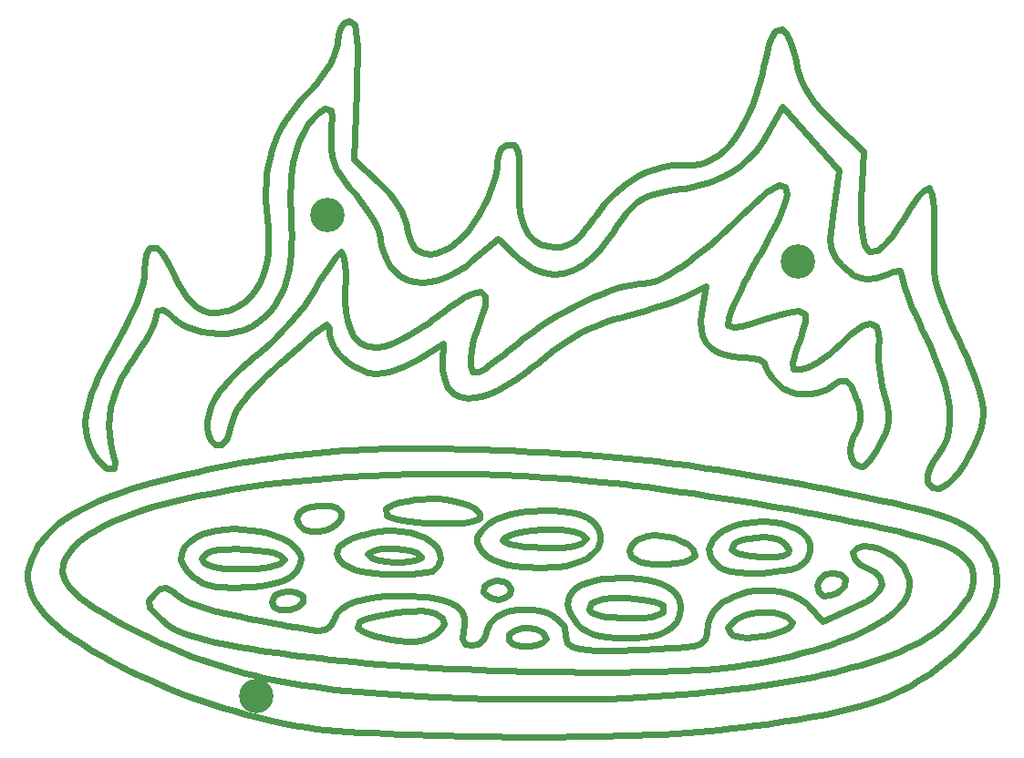
<source format=gbr>
%TF.GenerationSoftware,KiCad,Pcbnew,(6.0.1-0)*%
%TF.CreationDate,2023-09-14T22:16:03-07:00*%
%TF.ProjectId,pizzapad-base,70697a7a-6170-4616-942d-626173652e6b,rev?*%
%TF.SameCoordinates,Original*%
%TF.FileFunction,Soldermask,Top*%
%TF.FilePolarity,Negative*%
%FSLAX46Y46*%
G04 Gerber Fmt 4.6, Leading zero omitted, Abs format (unit mm)*
G04 Created by KiCad (PCBNEW (6.0.1-0)) date 2023-09-14 22:16:03*
%MOMM*%
%LPD*%
G01*
G04 APERTURE LIST*
%ADD10C,0.600000*%
%ADD11C,3.200000*%
G04 APERTURE END LIST*
D10*
X128660405Y-110459345D02*
X128661185Y-110459345D01*
X150474715Y-102048628D02*
X148151465Y-103492568D01*
X150405615Y-103769828D02*
X150474715Y-102048628D01*
X130766155Y-109573945D02*
X130601578Y-110318036D01*
X130368828Y-110897967D01*
X129935617Y-111441670D01*
X129306016Y-111513573D01*
X128882301Y-111040941D01*
X128660405Y-110459345D01*
X135168175Y-104041568D02*
X134645226Y-104518655D01*
X134158218Y-104974592D01*
X133706530Y-105410161D01*
X133093862Y-106027028D01*
X132557171Y-106602453D01*
X132094360Y-107139069D01*
X131703335Y-107639510D01*
X131290014Y-108255041D01*
X130995620Y-108817183D01*
X130787304Y-109454291D01*
X130766155Y-109573945D01*
X139630315Y-100330808D02*
X139077836Y-100693439D01*
X138473291Y-101175216D01*
X137867482Y-101679076D01*
X137353868Y-102116056D01*
X136798040Y-102596535D01*
X136207720Y-103114082D01*
X135590629Y-103662266D01*
X135168175Y-104041568D01*
X139925975Y-101252008D02*
X139863919Y-100638910D01*
X139630315Y-100330808D01*
X144167935Y-104869808D02*
X143459911Y-104752091D01*
X142727970Y-104475082D01*
X142185790Y-104181954D01*
X141666930Y-103830586D01*
X141187147Y-103434418D01*
X140762201Y-103006891D01*
X140308147Y-102411306D01*
X140016953Y-101815724D01*
X139925975Y-101252008D01*
X148151465Y-103492568D02*
X147520121Y-103850225D01*
X146845276Y-104171299D01*
X146158840Y-104444757D01*
X145492727Y-104659567D01*
X144878849Y-104804696D01*
X144256077Y-104871339D01*
X144167935Y-104869808D01*
X174880245Y-96776658D02*
X172997065Y-97656568D01*
X174484045Y-98778908D02*
X174880245Y-96776658D01*
X159166935Y-103917398D02*
X158675859Y-104312455D01*
X158194797Y-104681659D01*
X157264317Y-105342538D01*
X156378697Y-105900088D01*
X155541141Y-106354363D01*
X154754853Y-106705416D01*
X154023036Y-106953303D01*
X153348895Y-107098076D01*
X152735632Y-107139789D01*
X151936894Y-107009241D01*
X151293154Y-106647112D01*
X150815225Y-106053585D01*
X150513920Y-105228841D01*
X150416513Y-104550648D01*
X150405615Y-103769828D01*
X167123535Y-99595548D02*
X166306873Y-99827341D01*
X165533156Y-100079628D01*
X164792586Y-100357732D01*
X164075360Y-100666976D01*
X163371680Y-101012684D01*
X162671744Y-101400177D01*
X161965753Y-101834781D01*
X161243906Y-102321816D01*
X160749027Y-102678265D01*
X160239841Y-103061960D01*
X159713445Y-103474478D01*
X159166935Y-103917398D01*
X172997065Y-97656568D02*
X172401697Y-97909289D01*
X171787492Y-98142014D01*
X171076797Y-98393277D01*
X170494947Y-98589105D01*
X169882535Y-98787531D01*
X169249726Y-98985200D01*
X168606682Y-99178757D01*
X167963567Y-99364846D01*
X167330543Y-99540111D01*
X167123535Y-99595548D01*
X118042015Y-112395525D02*
X118041645Y-112395565D01*
X178048695Y-103305628D02*
X177293544Y-103253998D01*
X176620787Y-103119274D01*
X176032052Y-102903525D01*
X175380585Y-102493391D01*
X174885243Y-101947788D01*
X174549882Y-101271616D01*
X174405670Y-100681749D01*
X174355246Y-100023262D01*
X174400238Y-99298221D01*
X174484045Y-98778908D01*
X180275785Y-103892058D02*
X179774686Y-103530377D01*
X179115962Y-103386087D01*
X178500126Y-103322385D01*
X178048695Y-103305628D01*
X181455255Y-105754508D02*
X181044453Y-105273726D01*
X180654034Y-104733987D01*
X180341312Y-104163429D01*
X180275785Y-103892058D01*
X186700175Y-105875318D02*
X186101500Y-106281124D01*
X185429006Y-106565348D01*
X184711468Y-106728652D01*
X183977661Y-106771697D01*
X183256360Y-106695143D01*
X182576342Y-106499653D01*
X181966382Y-106185887D01*
X181455255Y-105754508D01*
X188831895Y-107229635D02*
X188576884Y-106580871D01*
X188281277Y-105980199D01*
X187874605Y-105508882D01*
X187207869Y-105519894D01*
X186700175Y-105875318D01*
X188732795Y-110386255D02*
X189005955Y-109841376D01*
X189174626Y-109226550D01*
X189183456Y-108579471D01*
X189065166Y-107955603D01*
X188878710Y-107359255D01*
X188831895Y-107229635D01*
X189215915Y-113525395D02*
X188639078Y-113282502D01*
X188310431Y-112689077D01*
X188240119Y-111991643D01*
X188339366Y-111334580D01*
X188589203Y-110654807D01*
X188732795Y-110386255D01*
X190980245Y-111439455D02*
X190682257Y-111964858D01*
X190309461Y-112528702D01*
X189884428Y-113058142D01*
X189413313Y-113465116D01*
X189215915Y-113525395D01*
X191371235Y-106631568D02*
X191530627Y-107250440D01*
X191685242Y-107957660D01*
X191771066Y-108562185D01*
X191777277Y-109226771D01*
X191666000Y-109854002D01*
X191431677Y-110512270D01*
X191151891Y-111107189D01*
X190980245Y-111439455D01*
X190858455Y-102294328D02*
X190828860Y-102902791D01*
X190854869Y-103535545D01*
X190922552Y-104245511D01*
X191003937Y-104845729D01*
X191107251Y-105455337D01*
X191230386Y-106056546D01*
X191371235Y-106631568D01*
X187634055Y-101843908D02*
X188245331Y-101259028D01*
X188801779Y-100805164D01*
X189452976Y-100403055D01*
X190110649Y-100225272D01*
X190651335Y-100485699D01*
X190877695Y-101095140D01*
X190901525Y-101838084D01*
X190858455Y-102294328D01*
X184057995Y-104320808D02*
X184700619Y-104066892D01*
X185253351Y-103755073D01*
X185851710Y-103357027D01*
X186343996Y-102989839D01*
X186832479Y-102590318D01*
X187302491Y-102168622D01*
X187634055Y-101843908D01*
X183062665Y-103235148D02*
X182867233Y-103849051D01*
X182980086Y-104454601D01*
X183606615Y-104422256D01*
X184057995Y-104320808D01*
X182891975Y-99114698D02*
X183523251Y-99034868D01*
X184086347Y-99351620D01*
X184059380Y-100062282D01*
X183865557Y-100830086D01*
X183628942Y-101586180D01*
X183428101Y-102184602D01*
X183193002Y-102863819D01*
X183062665Y-103235148D01*
X179362295Y-100123718D02*
X180031552Y-99894302D01*
X180630189Y-99704851D01*
X181235866Y-99525596D01*
X181820306Y-99364625D01*
X182453789Y-99206980D01*
X182891975Y-99114698D01*
X176875225Y-100358238D02*
X177478828Y-100510280D01*
X178151620Y-100446847D01*
X178740129Y-100318218D01*
X179362295Y-100123718D01*
X179669195Y-94070088D02*
X179340230Y-94662591D01*
X179025161Y-95243539D01*
X178725418Y-95809709D01*
X178442434Y-96357877D01*
X178052515Y-97139321D01*
X177708361Y-97862126D01*
X177414806Y-98515412D01*
X177176685Y-99088298D01*
X176953776Y-99708274D01*
X176855966Y-100325184D01*
X176875225Y-100358238D01*
X182224425Y-87523180D02*
X182398671Y-88167948D01*
X182260085Y-88835249D01*
X181998388Y-89550914D01*
X181708466Y-90208315D01*
X181334228Y-90979554D01*
X181036094Y-91561589D01*
X180697789Y-92201165D01*
X180318234Y-92901062D01*
X179896348Y-93664058D01*
X179669195Y-94070088D01*
X177828875Y-90479808D02*
X178337520Y-89973312D01*
X178806270Y-89515567D01*
X179438671Y-88917612D01*
X179991800Y-88422285D01*
X180471954Y-88025352D01*
X181009525Y-87641847D01*
X181626264Y-87358490D01*
X182224425Y-87523180D01*
X168925665Y-96525908D02*
X169623979Y-96428986D01*
X170263423Y-96206971D01*
X170989026Y-95865808D01*
X171514841Y-95576102D01*
X172070270Y-95239336D01*
X172651840Y-94857868D01*
X173256079Y-94434055D01*
X173879517Y-93970257D01*
X174518680Y-93468831D01*
X175170098Y-92932134D01*
X175830298Y-92362526D01*
X176495809Y-91762363D01*
X177163158Y-91134004D01*
X177828875Y-90479808D01*
X157212215Y-102119368D02*
X157914999Y-101562923D01*
X158657342Y-101017034D01*
X159431604Y-100485349D01*
X160230146Y-99971517D01*
X161045328Y-99479185D01*
X161869511Y-99012001D01*
X162695054Y-98573614D01*
X163514320Y-98167671D01*
X164319667Y-97797821D01*
X165103456Y-97467712D01*
X165858048Y-97180992D01*
X166575803Y-96941309D01*
X167249082Y-96752311D01*
X167870245Y-96617646D01*
X168687560Y-96525503D01*
X168925665Y-96525908D01*
X152991485Y-104065128D02*
X153143799Y-104690083D01*
X153750586Y-104732123D01*
X154269529Y-104429331D01*
X154791985Y-104057389D01*
X155446111Y-103553243D01*
X155963103Y-103140122D01*
X156550252Y-102662879D01*
X157212215Y-102119368D01*
X153590935Y-100761948D02*
X153376213Y-101387040D01*
X153199496Y-102060283D01*
X153069083Y-102735955D01*
X152993275Y-103368332D01*
X152984920Y-103990387D01*
X152991485Y-104065128D01*
X149533245Y-99794918D02*
X150396618Y-99158632D01*
X151170161Y-98613211D01*
X151855703Y-98159089D01*
X152455070Y-97796702D01*
X153196539Y-97426078D01*
X153900606Y-97257050D01*
X154376632Y-97707311D01*
X154328584Y-98481769D01*
X154111105Y-99314090D01*
X153883144Y-99989538D01*
X153590935Y-100761948D01*
X141369705Y-96314548D02*
X141352559Y-96933027D01*
X141368674Y-98070355D01*
X141452525Y-99075067D01*
X141604742Y-99947432D01*
X141825957Y-100687719D01*
X142116801Y-101296197D01*
X142685000Y-101962360D01*
X143413413Y-102333467D01*
X144304171Y-102410424D01*
X144989253Y-102298761D01*
X145748065Y-102057037D01*
X146581240Y-101685522D01*
X147489407Y-101184484D01*
X148473198Y-100554193D01*
X148993650Y-100190662D01*
X149533245Y-99794918D01*
X141014315Y-93541468D02*
X141270644Y-94101339D01*
X141351589Y-94773698D01*
X141381473Y-95496665D01*
X141374767Y-96173269D01*
X141369705Y-96314548D01*
X138595175Y-96922248D02*
X138997013Y-96240012D01*
X139390284Y-95604225D01*
X139765066Y-95028754D01*
X140111435Y-94527465D01*
X140489322Y-94026298D01*
X140920974Y-93578190D01*
X141014315Y-93541468D01*
X133256745Y-103013648D02*
X133812939Y-102550983D01*
X134378129Y-102042472D01*
X134945210Y-101496223D01*
X135507078Y-100920339D01*
X136056629Y-100322928D01*
X136586760Y-99712094D01*
X137090365Y-99095945D01*
X137560341Y-98482586D01*
X137989583Y-97880123D01*
X138370989Y-97296662D01*
X138595175Y-96922248D01*
X128661185Y-110459345D02*
X128554190Y-109860168D01*
X128556880Y-109243115D01*
X128669805Y-108607293D01*
X128893517Y-107951811D01*
X129228564Y-107275776D01*
X129675498Y-106578297D01*
X130234869Y-105858482D01*
X130670519Y-105365755D01*
X131156548Y-104862441D01*
X131693121Y-104348275D01*
X132280398Y-103822992D01*
X132918545Y-103286329D01*
X133256745Y-103013648D01*
X155548315Y-92378198D02*
X153123265Y-94398358D01*
X157223755Y-93940648D02*
X155548315Y-92378198D01*
X119845995Y-112450825D02*
X119977758Y-113058433D01*
X119880642Y-113696746D01*
X119199632Y-113675866D01*
X118703651Y-113256487D01*
X118266961Y-112725758D01*
X118042015Y-112395525D01*
X121656665Y-103543848D02*
X121272794Y-104115798D01*
X120925655Y-104682581D01*
X120615110Y-105244867D01*
X120341023Y-105803327D01*
X120103257Y-106358633D01*
X119814412Y-107187147D01*
X119606522Y-108012340D01*
X119479126Y-108836478D01*
X119431764Y-109661826D01*
X119463975Y-110490652D01*
X119575298Y-111325219D01*
X119765271Y-112167795D01*
X119845995Y-112450825D01*
X123817375Y-99440318D02*
X123633451Y-100097669D01*
X123369401Y-100687403D01*
X123089702Y-101231445D01*
X122758748Y-101821482D01*
X122385398Y-102440684D01*
X121978510Y-103072223D01*
X121656665Y-103543848D01*
X125446285Y-99715868D02*
X124968241Y-99314497D01*
X124444095Y-98916780D01*
X123849086Y-99059373D01*
X123817375Y-99440318D01*
X133310395Y-100067148D02*
X132663774Y-100463378D01*
X131955118Y-100768885D01*
X131199407Y-100984336D01*
X130411626Y-101110400D01*
X129606756Y-101147746D01*
X128799780Y-101097043D01*
X128005682Y-100958959D01*
X127239443Y-100734163D01*
X126516047Y-100423324D01*
X125850475Y-100027110D01*
X125446285Y-99715868D01*
X136323705Y-90239558D02*
X136366216Y-91166079D01*
X136379482Y-92045962D01*
X136363173Y-92880279D01*
X136316963Y-93670099D01*
X136240520Y-94416495D01*
X136133518Y-95120537D01*
X135995628Y-95783297D01*
X135826520Y-96405845D01*
X135625866Y-96989253D01*
X135265017Y-97793319D01*
X134831341Y-98515344D01*
X134323730Y-99158944D01*
X133741072Y-99727732D01*
X133310395Y-100067148D01*
X138909675Y-80675071D02*
X138369366Y-81189481D01*
X137891665Y-81779360D01*
X137476232Y-82445959D01*
X137122730Y-83190532D01*
X136830818Y-84014333D01*
X136670261Y-84608168D01*
X136536827Y-85238143D01*
X136430416Y-85904631D01*
X136350928Y-86608002D01*
X136298261Y-87348627D01*
X136272316Y-88126878D01*
X136272993Y-88943127D01*
X136300191Y-89797744D01*
X136323705Y-90239558D01*
X140056635Y-82526974D02*
X140084322Y-81798524D01*
X140100756Y-81043021D01*
X140070611Y-80416708D01*
X139485256Y-80218079D01*
X138909675Y-80675071D01*
X142317175Y-88229804D02*
X141781409Y-87587584D01*
X141332293Y-87017185D01*
X140963025Y-86501450D01*
X140583121Y-85869185D01*
X140316957Y-85262934D01*
X140148412Y-84642029D01*
X140061362Y-83965803D01*
X140039687Y-83193590D01*
X140056635Y-82526974D01*
X144646625Y-92216548D02*
X144477609Y-91533691D01*
X144201310Y-90948072D01*
X143900977Y-90417669D01*
X143540511Y-89849950D01*
X143129467Y-89261265D01*
X142677399Y-88667968D01*
X142317175Y-88229804D01*
X145510685Y-94826838D02*
X145200916Y-94267389D01*
X144942492Y-93652290D01*
X144754403Y-93038920D01*
X144649934Y-92413643D01*
X144646625Y-92216548D01*
X153123265Y-94398358D02*
X152562856Y-94836441D01*
X152000110Y-95220451D01*
X151437945Y-95550222D01*
X150879279Y-95825591D01*
X150054226Y-96136281D01*
X149253466Y-96323642D01*
X148486848Y-96387119D01*
X147764225Y-96326157D01*
X147095445Y-96140202D01*
X146490362Y-95828701D01*
X145958825Y-95391097D01*
X145510685Y-94826838D01*
X181953905Y-80101818D02*
X180532805Y-82631211D01*
X184582735Y-83033262D02*
X181953905Y-80101818D01*
X187211625Y-85964686D02*
X184582735Y-83033262D01*
X186676945Y-89644718D02*
X187211625Y-85964686D01*
X166187075Y-91724548D02*
X165666273Y-92488415D01*
X165136947Y-93169710D01*
X164599798Y-93768258D01*
X164055525Y-94283886D01*
X163504831Y-94716422D01*
X162948415Y-95065691D01*
X162386978Y-95331521D01*
X161536943Y-95573439D01*
X160679553Y-95626644D01*
X159817175Y-95490552D01*
X159240652Y-95294370D01*
X158663663Y-95013623D01*
X158086910Y-94648138D01*
X157511093Y-94197742D01*
X157223755Y-93940648D01*
X172577495Y-87685151D02*
X171931613Y-87770828D01*
X171073902Y-87909751D01*
X170331927Y-88072288D01*
X169685893Y-88270954D01*
X169116002Y-88518265D01*
X168440377Y-88945316D01*
X167971169Y-89354804D01*
X167512116Y-89854655D01*
X167043422Y-90457385D01*
X166545292Y-91175509D01*
X166187075Y-91724548D01*
X180532805Y-82631211D02*
X180214539Y-83161973D01*
X179872194Y-83664224D01*
X179313631Y-84364075D01*
X178701155Y-84999605D01*
X178034925Y-85570713D01*
X177315102Y-86077297D01*
X176541845Y-86519256D01*
X175996733Y-86777942D01*
X175427991Y-87007830D01*
X174835666Y-87208891D01*
X174219805Y-87381094D01*
X173580456Y-87524409D01*
X172917665Y-87638806D01*
X172577495Y-87685151D01*
X189469105Y-84215670D02*
X189288945Y-88701653D01*
X186638915Y-81490461D02*
X189469105Y-84215670D01*
X187411965Y-94700808D02*
X186963364Y-94165907D01*
X186653905Y-93643355D01*
X186473000Y-93060309D01*
X186410060Y-92343927D01*
X186437527Y-91625870D01*
X186499966Y-90978298D01*
X186595724Y-90219790D01*
X186676945Y-89644718D01*
X191855435Y-95560068D02*
X191192224Y-95842406D01*
X190580121Y-96017313D01*
X189871386Y-96081883D01*
X189206799Y-95971692D01*
X188566522Y-95682908D01*
X188058473Y-95320718D01*
X187543130Y-94839813D01*
X187411965Y-94700808D01*
X193047015Y-95866188D02*
X192851375Y-95288820D01*
X192252889Y-95383122D01*
X191855435Y-95560068D01*
X195307975Y-101558528D02*
X194959766Y-100820969D01*
X194628446Y-100097143D01*
X194317924Y-99396898D01*
X194032114Y-98730086D01*
X193774927Y-98106554D01*
X193550274Y-97536152D01*
X193308108Y-96875288D01*
X193110642Y-96242226D01*
X193047015Y-95866188D01*
X196452505Y-112296745D02*
X196876869Y-111675610D01*
X197191585Y-110977995D01*
X197396530Y-110202757D01*
X197491584Y-109348759D01*
X197493842Y-108735108D01*
X197447170Y-108085609D01*
X197351531Y-107399922D01*
X197206889Y-106677711D01*
X197013209Y-105918639D01*
X196770455Y-105122366D01*
X196478590Y-104288557D01*
X196137579Y-103416872D01*
X195747386Y-102506975D01*
X195307975Y-101558528D01*
X196440005Y-115567565D02*
X195825296Y-115482445D01*
X195468520Y-114958133D01*
X195471237Y-114244643D01*
X195690802Y-113530801D01*
X196008552Y-112918176D01*
X196452505Y-112296745D01*
X200616815Y-108590305D02*
X200523583Y-109315195D01*
X200316906Y-110111772D01*
X200014686Y-110950151D01*
X199768967Y-111517538D01*
X199494046Y-112081368D01*
X199195228Y-112632788D01*
X198877816Y-113162943D01*
X198378441Y-113898935D01*
X197867069Y-114537276D01*
X197361604Y-115048083D01*
X196727781Y-115479124D01*
X196440005Y-115567565D01*
X198290475Y-101650518D02*
X198672511Y-102460497D01*
X199029326Y-103263444D01*
X199357909Y-104050378D01*
X199655250Y-104812320D01*
X199918337Y-105540289D01*
X200144160Y-106225308D01*
X200329708Y-106858395D01*
X200509250Y-107606210D01*
X200604702Y-108224455D01*
X200616815Y-108590305D01*
X196019775Y-92326038D02*
X196000139Y-93023706D01*
X195991402Y-93662357D01*
X196003720Y-94530159D01*
X196053387Y-95317844D01*
X196148099Y-96057016D01*
X196295553Y-96779279D01*
X196503446Y-97516237D01*
X196779474Y-98299494D01*
X197005147Y-98862995D01*
X197266802Y-99470483D01*
X197566722Y-100131324D01*
X197907186Y-100854880D01*
X198290475Y-101650518D01*
X195605655Y-87641453D02*
X195833054Y-88216493D01*
X195927444Y-88850098D01*
X195983663Y-89486113D01*
X196020896Y-90216092D01*
X196037445Y-91020822D01*
X196035262Y-91661864D01*
X196019775Y-92326038D01*
X193470935Y-90018738D02*
X193798911Y-89480983D01*
X194207918Y-88879174D01*
X194599894Y-88373345D01*
X195023703Y-87919862D01*
X195574952Y-87627895D01*
X195605655Y-87641453D01*
X189288945Y-88701653D02*
X189262883Y-89769002D01*
X189275641Y-90705169D01*
X189327112Y-91510122D01*
X189417190Y-92183827D01*
X189624464Y-92948221D01*
X190034966Y-93507732D01*
X190762478Y-93467970D01*
X191312689Y-93049698D01*
X191726652Y-92606441D01*
X192178216Y-92031618D01*
X192667275Y-91325195D01*
X193193723Y-90487139D01*
X193470935Y-90018738D01*
X142135625Y-84994850D02*
X144441665Y-87095900D01*
X142393895Y-78563967D02*
X142135625Y-84994850D01*
X183215345Y-75785036D02*
X183353618Y-76407909D01*
X183514083Y-76986566D01*
X183771893Y-77704889D01*
X184091563Y-78381954D01*
X184485897Y-79039106D01*
X184838349Y-79531741D01*
X185245404Y-80034184D01*
X185712464Y-80555439D01*
X186244931Y-81104512D01*
X186638915Y-81490461D01*
X180504095Y-75053752D02*
X180702095Y-74235774D01*
X180930864Y-73606383D01*
X181272296Y-73057461D01*
X181925824Y-72883181D01*
X182397011Y-73360828D01*
X182753027Y-74097869D01*
X182997519Y-74854907D01*
X183146108Y-75455871D01*
X183215345Y-75785036D01*
X172910935Y-85485140D02*
X173582258Y-85469967D01*
X174227611Y-85369530D01*
X174846937Y-85183903D01*
X175440178Y-84913166D01*
X176007281Y-84557395D01*
X176548187Y-84116667D01*
X177062840Y-83591059D01*
X177551186Y-82980649D01*
X178013166Y-82285514D01*
X178448726Y-81505731D01*
X178857808Y-80641377D01*
X179240357Y-79692530D01*
X179596317Y-78659267D01*
X179925630Y-77541665D01*
X180080277Y-76951260D01*
X180228242Y-76339800D01*
X180369516Y-75707294D01*
X180504095Y-75053752D01*
X164607475Y-90188498D02*
X165036100Y-89604937D01*
X165478649Y-89058926D01*
X165934718Y-88550692D01*
X166403905Y-88080463D01*
X166885808Y-87648468D01*
X167380025Y-87254934D01*
X167886153Y-86900090D01*
X168403791Y-86584163D01*
X169200946Y-86183742D01*
X170021733Y-85872168D01*
X170864795Y-85650210D01*
X171728773Y-85518638D01*
X172612310Y-85478222D01*
X172910935Y-85485140D01*
X160804895Y-93090068D02*
X161412945Y-93065634D01*
X162070107Y-92876746D01*
X162599043Y-92554534D01*
X163148906Y-92053562D01*
X163627755Y-91505846D01*
X164021564Y-91000231D01*
X164453626Y-90406823D01*
X164607475Y-90188498D01*
X157485825Y-87727001D02*
X157491797Y-88398285D01*
X157521652Y-89019938D01*
X157612612Y-89861619D01*
X157760900Y-90597439D01*
X157968671Y-91230882D01*
X158341954Y-91922243D01*
X158829923Y-92446057D01*
X159437687Y-92810584D01*
X160170354Y-93024084D01*
X160804895Y-93090068D01*
X156507515Y-83581506D02*
X157109671Y-83646642D01*
X157425350Y-84168432D01*
X157486757Y-84881897D01*
X157498180Y-85513060D01*
X157497163Y-86324615D01*
X157492250Y-86977212D01*
X157485825Y-87727001D01*
X155493115Y-85252356D02*
X155571681Y-84604865D01*
X155795617Y-83996046D01*
X156294064Y-83601342D01*
X156507515Y-83581506D01*
X151232015Y-93019818D02*
X151764632Y-92629708D01*
X152306472Y-92102625D01*
X152844808Y-91461768D01*
X153366911Y-90730339D01*
X153699677Y-90203859D01*
X154015800Y-89654310D01*
X154311509Y-89088566D01*
X154583033Y-88513502D01*
X154826602Y-87935993D01*
X155038444Y-87362911D01*
X155288468Y-86526630D01*
X155445893Y-85738981D01*
X155493115Y-85252356D01*
X147096785Y-91338268D02*
X147237970Y-91994686D01*
X147506198Y-92709652D01*
X147865505Y-93241332D01*
X148442176Y-93647963D01*
X149159906Y-93767695D01*
X149835186Y-93656722D01*
X150400384Y-93452787D01*
X151015763Y-93145323D01*
X151232015Y-93019818D01*
X144441665Y-87095900D02*
X144975162Y-87611903D01*
X145454643Y-88137715D01*
X145878314Y-88670473D01*
X146244383Y-89207314D01*
X146551057Y-89745376D01*
X146848145Y-90415311D01*
X147046126Y-91077091D01*
X147096785Y-91338268D01*
X145192355Y-118024385D02*
X145192355Y-118024385D01*
X141739015Y-72096389D02*
X142225687Y-72462247D01*
X142382544Y-73046033D01*
X142455424Y-73765784D01*
X142481641Y-74475192D01*
X142485084Y-75345806D01*
X142475438Y-76022813D01*
X142456740Y-76782026D01*
X142429416Y-77627670D01*
X142393895Y-78563967D01*
X140645335Y-74051252D02*
X140738947Y-73388657D01*
X140916195Y-72782945D01*
X141246211Y-72278802D01*
X141739015Y-72096389D01*
X137864325Y-78768277D02*
X138337093Y-78257398D01*
X138764702Y-77762911D01*
X139147596Y-77284058D01*
X139589336Y-76668600D01*
X139953434Y-76077797D01*
X140240945Y-75509856D01*
X140494246Y-74829345D01*
X140631597Y-74178249D01*
X140645335Y-74051252D01*
X134139755Y-90493748D02*
X134045726Y-89580085D01*
X133991424Y-88702660D01*
X133977671Y-87858875D01*
X134005293Y-87046129D01*
X134075116Y-86261824D01*
X134187964Y-85503362D01*
X134344661Y-84768142D01*
X134546035Y-84053566D01*
X134792908Y-83357036D01*
X135086106Y-82675952D01*
X135426455Y-82007715D01*
X135814778Y-81349727D01*
X136251902Y-80699387D01*
X136738651Y-80054099D01*
X137275850Y-79411261D01*
X137864325Y-78768277D01*
X130492555Y-99003068D02*
X131249768Y-98703208D01*
X131927309Y-98285755D01*
X132523015Y-97755756D01*
X133034721Y-97118258D01*
X133460266Y-96378310D01*
X133797485Y-95540959D01*
X133972160Y-94931105D01*
X134105977Y-94281699D01*
X134198295Y-93594238D01*
X134248472Y-92870216D01*
X134255869Y-92111130D01*
X134219843Y-91318476D01*
X134139755Y-90493748D01*
X125504985Y-95709068D02*
X125786285Y-96276501D01*
X126199090Y-97026198D01*
X126606875Y-97658082D01*
X127016341Y-98176581D01*
X127576494Y-98699186D01*
X128167432Y-99038576D01*
X128805038Y-99205243D01*
X129505196Y-99209679D01*
X130283789Y-99062374D01*
X130492555Y-99003068D01*
X122742945Y-95190948D02*
X122800851Y-94411963D01*
X122904199Y-93804920D01*
X123173807Y-93174592D01*
X123844641Y-93155172D01*
X124283871Y-93600713D01*
X124656122Y-94133556D01*
X125063604Y-94836424D01*
X125354173Y-95399338D01*
X125504985Y-95709068D01*
X119969145Y-102267038D02*
X120301493Y-101687784D01*
X120611588Y-101129491D01*
X120899657Y-100591580D01*
X121290953Y-99821668D01*
X121633959Y-99094371D01*
X121929439Y-98407740D01*
X122178156Y-97759828D01*
X122380873Y-97148687D01*
X122580926Y-96387663D01*
X122702366Y-95683929D01*
X122742945Y-95190948D01*
X118041645Y-112395565D02*
X117675591Y-111726007D01*
X117418488Y-111020427D01*
X117271779Y-110271243D01*
X117236908Y-109470870D01*
X117315320Y-108611725D01*
X117431242Y-108002566D01*
X117598582Y-107361669D01*
X117817767Y-106686786D01*
X118089226Y-105975672D01*
X118413386Y-105226078D01*
X118790675Y-104435758D01*
X119221520Y-103602466D01*
X119706351Y-102723953D01*
X119969145Y-102267038D01*
X137060045Y-118935115D02*
X137060045Y-118935115D01*
X153867845Y-118328655D02*
X153154025Y-118613607D01*
X152357679Y-118716560D01*
X151717518Y-118758401D01*
X151014637Y-118779673D01*
X150270200Y-118781117D01*
X149505372Y-118763477D01*
X148741317Y-118727494D01*
X147999198Y-118673911D01*
X147300181Y-118603471D01*
X146665429Y-118516915D01*
X145880094Y-118358488D01*
X145255442Y-118097778D01*
X145192355Y-118024385D01*
X148397265Y-116527325D02*
X149163248Y-116476754D01*
X149947142Y-116494726D01*
X150724620Y-116573229D01*
X151471354Y-116704254D01*
X152163016Y-116879792D01*
X152775278Y-117091833D01*
X153426069Y-117417491D01*
X153892389Y-117866873D01*
X153867845Y-118328655D01*
X145192355Y-118024345D02*
X145152357Y-117389789D01*
X145745815Y-117017569D01*
X146440781Y-116826566D01*
X147193313Y-116688844D01*
X147879407Y-116591062D01*
X148397265Y-116527325D01*
X168491375Y-122254075D02*
X168491375Y-122254075D01*
X140994635Y-118279565D02*
X140679701Y-118794570D01*
X140078632Y-119185948D01*
X139471979Y-119396669D01*
X138819718Y-119505351D01*
X138182967Y-119501807D01*
X137501952Y-119324042D01*
X137060045Y-118935115D01*
X139371475Y-117125175D02*
X139973193Y-117168777D01*
X140572413Y-117296010D01*
X141026179Y-117755380D01*
X140994635Y-118279565D01*
X137060065Y-118935185D02*
X136868149Y-118342716D01*
X137098578Y-117705189D01*
X137604988Y-117365764D01*
X138226040Y-117188913D01*
X138843153Y-117124658D01*
X139371475Y-117125175D01*
X182538225Y-121192895D02*
X182538225Y-121192895D01*
X173803305Y-121779515D02*
X173320324Y-122169764D01*
X172714396Y-122366296D01*
X171958901Y-122504990D01*
X171334132Y-122567480D01*
X170690695Y-122591588D01*
X170056645Y-122574808D01*
X169274338Y-122484498D01*
X168625099Y-122311102D01*
X168491375Y-122254075D01*
X169318695Y-119950395D02*
X170074816Y-119872807D01*
X170675569Y-119900717D01*
X171281065Y-119992593D01*
X171869600Y-120139584D01*
X172590425Y-120406011D01*
X173191081Y-120733707D01*
X173694547Y-121197526D01*
X173803305Y-121779515D01*
X168491375Y-122254085D02*
X167953941Y-121846751D01*
X167764802Y-121262846D01*
X168008810Y-120668828D01*
X168532145Y-120236729D01*
X169170402Y-119984994D01*
X169318695Y-119950395D01*
X176244075Y-122933695D02*
X176244075Y-122933695D01*
X179917635Y-121865665D02*
X180611623Y-121882508D01*
X181322871Y-121865332D01*
X181955845Y-121786425D01*
X182505474Y-121506040D01*
X182538225Y-121192895D01*
X178638025Y-120214985D02*
X178013047Y-120374783D01*
X177441892Y-120615119D01*
X177192305Y-121192552D01*
X177767744Y-121535135D01*
X178456756Y-121713320D01*
X179125107Y-121809333D01*
X179917635Y-121865665D01*
X182538225Y-121192895D02*
X182168861Y-120632510D01*
X181591827Y-120295382D01*
X180957249Y-120122915D01*
X180207113Y-120055119D01*
X179539036Y-120080061D01*
X178823119Y-120178536D01*
X178638025Y-120214985D01*
X163348195Y-120636275D02*
X163348195Y-120636275D01*
X184035035Y-122422495D02*
X183372633Y-122833204D01*
X182706792Y-123031952D01*
X181898000Y-123191113D01*
X181302964Y-123273682D01*
X180679758Y-123336336D01*
X180042528Y-123378147D01*
X179405419Y-123398188D01*
X178782575Y-123395530D01*
X177906004Y-123346952D01*
X177141099Y-123242082D01*
X176535603Y-123077786D01*
X176244075Y-122933695D01*
X180415175Y-118603875D02*
X181024501Y-118647573D01*
X181858944Y-118778978D01*
X182592162Y-118983326D01*
X183217665Y-119253770D01*
X183728964Y-119583464D01*
X184221828Y-120103390D01*
X184484741Y-120700250D01*
X184502319Y-121357818D01*
X184259180Y-122059863D01*
X184035035Y-122422495D01*
X176244075Y-122933675D02*
X175611893Y-122406741D01*
X175243398Y-121850881D01*
X175131149Y-121097025D01*
X175413030Y-120369231D01*
X175857429Y-119867125D01*
X176481538Y-119423265D01*
X177267362Y-119056330D01*
X177872200Y-118863668D01*
X178535582Y-118719031D01*
X179252176Y-118627955D01*
X180016649Y-118595974D01*
X180415175Y-118603875D01*
X154397115Y-121729775D02*
X154397375Y-121729775D01*
X155965535Y-120319335D02*
X156534327Y-120680352D01*
X157173978Y-120817850D01*
X157975989Y-120923477D01*
X158884504Y-120994839D01*
X159521766Y-121022193D01*
X160164987Y-121032542D01*
X160797618Y-121025176D01*
X161403108Y-120999385D01*
X162224251Y-120924598D01*
X162891232Y-120804360D01*
X163348195Y-120636275D01*
X162860305Y-119631135D02*
X162076196Y-119451149D01*
X161336022Y-119379764D01*
X160512631Y-119358190D01*
X159648457Y-119382192D01*
X158785935Y-119447535D01*
X157967497Y-119549980D01*
X157235578Y-119685294D01*
X156632611Y-119849241D01*
X156029481Y-120174606D01*
X155965535Y-120319335D01*
X163348185Y-120636265D02*
X163781201Y-120216284D01*
X163291122Y-119801568D01*
X162860305Y-119631135D01*
X148435445Y-121845935D02*
X148435445Y-121845935D01*
X163356085Y-122262095D02*
X162633673Y-122520010D01*
X161778451Y-122707791D01*
X161153066Y-122795117D01*
X160496475Y-122852926D01*
X159819806Y-122881878D01*
X159134188Y-122882635D01*
X158450750Y-122855858D01*
X157780619Y-122802209D01*
X157134924Y-122722348D01*
X156524795Y-122616937D01*
X155700628Y-122412361D01*
X155019079Y-122154016D01*
X154397115Y-121729775D01*
X163217895Y-117953825D02*
X163831093Y-118216305D01*
X164457602Y-118677095D01*
X164864670Y-119231696D01*
X165051151Y-119844283D01*
X165015896Y-120479034D01*
X164757758Y-121100127D01*
X164275588Y-121671738D01*
X163766250Y-122046424D01*
X163356085Y-122262095D01*
X154625005Y-118823165D02*
X155305164Y-118415338D01*
X155980094Y-118156359D01*
X156765109Y-117940726D01*
X157632147Y-117771279D01*
X158241881Y-117685376D01*
X158867283Y-117622103D01*
X159500036Y-117582302D01*
X160131827Y-117566814D01*
X160754340Y-117576481D01*
X161359261Y-117612143D01*
X162215467Y-117716219D01*
X162985318Y-117883518D01*
X163217895Y-117953825D01*
X154397375Y-121729775D02*
X153927649Y-121177426D01*
X153606023Y-120626328D01*
X153595588Y-119983289D01*
X153986642Y-119405289D01*
X154498961Y-118928501D01*
X154625005Y-118823165D01*
X141306085Y-122613275D02*
X141306085Y-122613275D01*
X145924925Y-122367535D02*
X146545008Y-122372780D01*
X147214899Y-122328919D01*
X147850195Y-122217748D01*
X148402889Y-121939066D01*
X148435445Y-121845935D01*
X143464295Y-121646325D02*
X143944870Y-122037394D01*
X144541995Y-122205323D01*
X145189030Y-122309877D01*
X145797550Y-122361605D01*
X145924925Y-122367535D01*
X145974845Y-121124725D02*
X145354755Y-121119545D01*
X144684865Y-121163427D01*
X144049571Y-121274571D01*
X143496862Y-121553195D01*
X143464295Y-121646325D01*
X148435445Y-121845935D02*
X147954880Y-121454857D01*
X147357765Y-121286931D01*
X146710737Y-121182381D01*
X146102219Y-121130654D01*
X145974845Y-121124725D01*
X185334285Y-125196895D02*
X185334555Y-125196845D01*
X146189405Y-123493035D02*
X145518150Y-123490361D01*
X144889384Y-123470878D01*
X144118122Y-123418930D01*
X143424796Y-123337527D01*
X142810779Y-123226915D01*
X142156875Y-123047945D01*
X141542369Y-122774113D01*
X141306085Y-122613275D01*
X150175015Y-122107935D02*
X149968924Y-122754253D01*
X149438933Y-123201163D01*
X148844914Y-123358344D01*
X148175544Y-123433336D01*
X147540239Y-123466932D01*
X146776397Y-123486083D01*
X146189405Y-123493035D01*
X143317975Y-119743995D02*
X143936834Y-119595377D01*
X144564415Y-119498027D01*
X145193410Y-119449428D01*
X145816516Y-119447059D01*
X146426425Y-119488403D01*
X147300563Y-119626872D01*
X148103916Y-119849527D01*
X148811824Y-120147869D01*
X149399632Y-120513399D01*
X149842682Y-120937615D01*
X150165620Y-121579837D01*
X150175015Y-122107935D01*
X141306085Y-122613275D02*
X140853838Y-122188632D01*
X140546406Y-121595662D01*
X140757428Y-120960455D01*
X141288741Y-120536975D01*
X141944785Y-120212561D01*
X142572722Y-119975982D01*
X143317975Y-119743995D01*
X154211405Y-125184855D02*
X154211405Y-125184855D01*
X186943105Y-125230295D02*
X186375743Y-125454075D01*
X185774173Y-125509093D01*
X185334285Y-125196895D01*
X186651255Y-123380825D02*
X187325434Y-123517847D01*
X187795144Y-123949420D01*
X187710124Y-124603363D01*
X187276637Y-125037482D01*
X186943105Y-125230295D01*
X185334555Y-125196845D02*
X185187489Y-124547549D01*
X185412472Y-123953198D01*
X185927671Y-123526665D01*
X186552208Y-123379846D01*
X186651255Y-123380825D01*
X134543225Y-122763885D02*
X134543225Y-122764025D01*
X156671245Y-125331055D02*
X156137670Y-125737149D01*
X155515040Y-125843803D01*
X154881407Y-125726337D01*
X154365030Y-125392370D01*
X154211405Y-125184855D01*
X156407115Y-124331665D02*
X156758860Y-124838832D01*
X156671245Y-125331055D01*
X154211385Y-125184845D02*
X154289484Y-124576101D01*
X154807511Y-124237901D01*
X155411607Y-124103763D01*
X156037192Y-124162455D01*
X156407115Y-124331665D01*
X127351395Y-123811015D02*
X127350545Y-123810995D01*
X128301645Y-122505785D02*
X128895157Y-122758308D01*
X129584791Y-122880365D01*
X130211031Y-122945728D01*
X130900836Y-122987413D01*
X131627315Y-123004308D01*
X132363580Y-122995299D01*
X133082741Y-122959271D01*
X133757909Y-122895113D01*
X134362195Y-122801710D01*
X134543225Y-122763885D01*
X131968475Y-121183895D02*
X131131181Y-121164843D01*
X130388538Y-121178061D01*
X129743128Y-121222618D01*
X129038293Y-121329169D01*
X128416108Y-121535021D01*
X128047044Y-122022161D01*
X128301645Y-122505785D01*
X134543225Y-122764025D02*
X135265123Y-122546686D01*
X135721180Y-122124922D01*
X135247655Y-121710494D01*
X134603637Y-121503934D01*
X133958702Y-121373464D01*
X133184962Y-121270078D01*
X132291401Y-121199292D01*
X131968475Y-121183895D01*
X134575825Y-125999815D02*
X134575825Y-125999815D01*
X132026795Y-124697055D02*
X131365103Y-124725903D01*
X130765128Y-124734542D01*
X130051891Y-124712864D01*
X129426114Y-124651028D01*
X128747506Y-124513580D01*
X128160837Y-124304889D01*
X127543217Y-123953772D01*
X127351395Y-123811015D01*
X137225255Y-122041045D02*
X137084021Y-122760721D01*
X136714110Y-123357407D01*
X136244438Y-123750852D01*
X135612821Y-124073554D01*
X135028663Y-124271286D01*
X134346589Y-124432713D01*
X133563676Y-124559328D01*
X132677001Y-124652627D01*
X132026795Y-124697055D01*
X127483135Y-120105355D02*
X128054440Y-119805497D01*
X128708518Y-119577201D01*
X129428706Y-119417157D01*
X130198340Y-119322053D01*
X131000757Y-119288579D01*
X131819292Y-119313424D01*
X132637284Y-119393278D01*
X133438068Y-119524828D01*
X134204981Y-119704766D01*
X134921360Y-119929779D01*
X135570540Y-120196557D01*
X136135860Y-120501789D01*
X136790147Y-121024497D01*
X137162015Y-121615103D01*
X137225255Y-122041045D01*
X127350545Y-123810995D02*
X126788738Y-123310286D01*
X126392049Y-122823505D01*
X126128487Y-122232167D01*
X126153091Y-121543558D01*
X126457811Y-120983533D01*
X126887713Y-120542298D01*
X127483135Y-120105355D01*
X170256025Y-127324325D02*
X170256025Y-127324325D01*
X135894095Y-126830725D02*
X135242539Y-126822749D01*
X134714777Y-126536813D01*
X134575825Y-125999815D01*
X136220285Y-125088955D02*
X136847254Y-125177520D01*
X137410291Y-125484718D01*
X137443934Y-126133459D01*
X136953958Y-126540680D01*
X136248922Y-126776953D01*
X135894095Y-126830725D01*
X134575825Y-125999815D02*
X134832050Y-125421726D01*
X135381308Y-125153833D01*
X136030009Y-125085302D01*
X136220285Y-125088955D01*
X162905625Y-128134555D02*
X162905625Y-128134555D01*
X164217795Y-127060225D02*
X164841805Y-127317356D01*
X165567433Y-127443387D01*
X166218574Y-127511647D01*
X166924681Y-127555792D01*
X167652741Y-127574377D01*
X168369743Y-127565958D01*
X169042674Y-127529091D01*
X169814304Y-127433186D01*
X170256025Y-127324325D01*
X167573905Y-125725835D02*
X166807806Y-125710220D01*
X166125868Y-125727395D01*
X165353064Y-125799103D01*
X164743154Y-125923824D01*
X164150313Y-126203707D01*
X164036277Y-126812183D01*
X164217795Y-127060225D01*
X170256025Y-127324345D02*
X170878906Y-127020950D01*
X170839742Y-126397937D01*
X170252514Y-126122913D01*
X169544379Y-125940739D01*
X168886808Y-125833678D01*
X168129813Y-125757313D01*
X167573905Y-125725835D01*
X182864745Y-127969645D02*
X182864745Y-127969645D01*
X167055205Y-129419605D02*
X166439161Y-129390254D01*
X165706406Y-129326617D01*
X165067120Y-129232551D01*
X164386437Y-129068147D01*
X163821766Y-128846894D01*
X163273802Y-128499071D01*
X162905625Y-128134555D01*
X172515745Y-126655625D02*
X172403865Y-127339885D01*
X172127503Y-127928081D01*
X171687373Y-128419849D01*
X171084190Y-128814828D01*
X170525227Y-129047326D01*
X169875251Y-129225024D01*
X169134561Y-129347768D01*
X168303460Y-129415406D01*
X167699312Y-129429808D01*
X167055205Y-129419605D01*
X167730075Y-123864925D02*
X168577592Y-123923201D01*
X169347193Y-124026236D01*
X170037285Y-124173100D01*
X170646272Y-124362864D01*
X171329333Y-124681008D01*
X171861592Y-125071560D01*
X172309089Y-125658217D01*
X172507666Y-126350262D01*
X172515745Y-126655625D01*
X162905625Y-128134555D02*
X162536565Y-127643396D01*
X162166225Y-126948927D01*
X162010238Y-126310090D01*
X162124905Y-125554391D01*
X162594753Y-124920505D01*
X163171327Y-124532905D01*
X163933128Y-124226712D01*
X164540816Y-124070537D01*
X165226204Y-123954634D01*
X165987443Y-123880640D01*
X166822683Y-123850192D01*
X167730075Y-123864925D01*
X160007075Y-129467525D02*
X160007075Y-129467525D01*
X177300175Y-129135145D02*
X178037161Y-129371746D01*
X178656318Y-129407139D01*
X179355463Y-129373650D01*
X180091449Y-129280316D01*
X180821128Y-129136175D01*
X181501352Y-128950263D01*
X182088973Y-128731617D01*
X182653843Y-128404789D01*
X182864745Y-127969645D01*
X177766105Y-127651955D02*
X177286887Y-128015316D01*
X176904628Y-128487213D01*
X177186757Y-129049220D01*
X177300175Y-129135145D01*
X182864745Y-127969645D02*
X182399611Y-127445831D01*
X181829307Y-127207288D01*
X181119229Y-127061539D01*
X180328004Y-127012238D01*
X179716600Y-127040754D01*
X179117261Y-127127118D01*
X178379660Y-127334919D01*
X177766105Y-127651955D01*
X149736815Y-129096995D02*
X149736815Y-129096995D01*
X156542835Y-129670865D02*
X157031976Y-130034559D01*
X157685160Y-130184876D01*
X158430666Y-130204002D01*
X159145760Y-130099143D01*
X159707706Y-129877502D01*
X160007075Y-129467525D01*
X159052655Y-128598555D02*
X158378747Y-128499836D01*
X157741344Y-128528731D01*
X157089778Y-128704018D01*
X156586891Y-129059219D01*
X156542835Y-129670865D01*
X160007075Y-129467535D02*
X159709205Y-128926929D01*
X159153596Y-128627050D01*
X159052655Y-128598555D01*
X140005175Y-131432605D02*
X140005175Y-131432605D01*
X144093815Y-129215435D02*
X144913713Y-129415836D01*
X145646951Y-129573033D01*
X146302696Y-129686833D01*
X147072320Y-129770727D01*
X147742201Y-129776675D01*
X148472389Y-129673804D01*
X149123114Y-129447540D01*
X149736815Y-129096995D01*
X146036525Y-127090995D02*
X145341686Y-127186176D01*
X144719212Y-127290839D01*
X143923103Y-127463515D01*
X143294746Y-127652138D01*
X142722998Y-127922856D01*
X142518013Y-128501466D01*
X143045529Y-128866224D01*
X143611131Y-129078573D01*
X144093815Y-129215435D01*
X150253415Y-127457825D02*
X149731555Y-127106548D01*
X149034794Y-126945569D01*
X148365601Y-126911252D01*
X147710885Y-126930768D01*
X146938183Y-126991000D01*
X146274629Y-127062320D01*
X146036525Y-127090995D01*
X149736815Y-129096925D02*
X150255769Y-128700921D01*
X150596170Y-128171106D01*
X150352444Y-127572372D01*
X150253415Y-127457825D01*
X185704475Y-127865765D02*
X188470365Y-126656665D01*
X184431605Y-126486375D02*
X185704475Y-127865765D01*
X177879565Y-132036565D02*
X177233465Y-132124616D01*
X176510258Y-132205093D01*
X175714186Y-132278063D01*
X174849492Y-132343595D01*
X173920421Y-132401755D01*
X172931214Y-132452611D01*
X171886116Y-132496230D01*
X170789369Y-132532682D01*
X169645217Y-132562031D01*
X168457903Y-132584348D01*
X167231669Y-132599698D01*
X165970760Y-132608150D01*
X164679418Y-132609771D01*
X163361886Y-132604629D01*
X162022409Y-132592792D01*
X160665228Y-132574326D01*
X159294588Y-132549300D01*
X157914731Y-132517780D01*
X156529900Y-132479836D01*
X155144339Y-132435534D01*
X153762292Y-132384941D01*
X152388000Y-132328127D01*
X151025708Y-132265157D01*
X149679658Y-132196099D01*
X148354094Y-132121022D01*
X147053259Y-132039993D01*
X145781396Y-131953079D01*
X144542748Y-131860348D01*
X143341559Y-131761867D01*
X142182071Y-131657705D01*
X141068529Y-131547928D01*
X140005175Y-131432605D01*
X193760375Y-124587155D02*
X193563211Y-125436490D01*
X193255780Y-125998273D01*
X192813265Y-126553826D01*
X192240560Y-127100853D01*
X191542558Y-127637060D01*
X190724151Y-128160151D01*
X189790233Y-128667831D01*
X188745696Y-129157805D01*
X188183474Y-129395435D01*
X187595432Y-129627778D01*
X186982183Y-129854546D01*
X186344336Y-130075454D01*
X185682505Y-130290214D01*
X184997300Y-130498539D01*
X184289333Y-130700143D01*
X183559216Y-130894738D01*
X182807560Y-131082037D01*
X182034977Y-131261755D01*
X181242079Y-131433603D01*
X180429477Y-131597295D01*
X179597783Y-131752543D01*
X178747608Y-131899062D01*
X177879565Y-132036565D01*
X190230505Y-120936495D02*
X190961918Y-121132034D01*
X191639205Y-121431854D01*
X192247976Y-121821070D01*
X192773838Y-122284798D01*
X193202401Y-122808155D01*
X193519272Y-123376255D01*
X193710060Y-123974217D01*
X193760375Y-124587155D01*
X189733485Y-122862235D02*
X189114692Y-122526682D01*
X188635185Y-122066300D01*
X188486153Y-121447985D01*
X188909748Y-121002463D01*
X189540436Y-120877089D01*
X190230505Y-120936495D01*
X188470365Y-126656665D02*
X189024815Y-126400059D01*
X189739679Y-126013812D01*
X190313634Y-125628161D01*
X190858290Y-125119178D01*
X191181791Y-124499607D01*
X191040882Y-123795719D01*
X190623211Y-123359647D01*
X189944272Y-122956989D01*
X189733485Y-122862235D01*
X167405055Y-135010255D02*
X167405055Y-135010255D01*
X177341295Y-125588895D02*
X178005381Y-125325201D01*
X178714059Y-125139100D01*
X179451939Y-125028643D01*
X180203630Y-124991884D01*
X180953741Y-125026874D01*
X181686882Y-125131664D01*
X182387662Y-125304308D01*
X183040691Y-125542857D01*
X183630577Y-125845362D01*
X184141931Y-126209877D01*
X184431605Y-126486375D01*
X174925295Y-128887495D02*
X175002165Y-128169325D01*
X175169189Y-127555257D01*
X175508965Y-126927946D01*
X175925184Y-126473292D01*
X176477792Y-126059457D01*
X177027785Y-125744491D01*
X177341295Y-125588895D01*
X170652885Y-130423045D02*
X171315692Y-130385267D01*
X172176056Y-130326597D01*
X172888211Y-130261060D01*
X173631335Y-130154326D01*
X174275038Y-129973080D01*
X174759670Y-129588432D01*
X174918793Y-128993392D01*
X174925295Y-128887495D01*
X161832215Y-129216245D02*
X161983783Y-129889824D01*
X162476326Y-130271077D01*
X163186484Y-130468675D01*
X163939165Y-130559098D01*
X164558477Y-130593610D01*
X165279734Y-130608591D01*
X166109726Y-130604970D01*
X167055246Y-130583675D01*
X168123084Y-130545637D01*
X169320033Y-130491783D01*
X169969047Y-130459217D01*
X170652885Y-130423045D01*
X154492475Y-128799995D02*
X154804003Y-128052507D01*
X155384654Y-127478589D01*
X156168240Y-127074487D01*
X156770686Y-126897575D01*
X157414297Y-126793356D01*
X158079460Y-126760719D01*
X158746565Y-126798551D01*
X159396001Y-126905740D01*
X160008155Y-127081174D01*
X160563416Y-127323741D01*
X161246735Y-127811033D01*
X161691730Y-128443119D01*
X161832215Y-129216245D01*
X153097165Y-130123595D02*
X153701431Y-129999372D01*
X154167889Y-129597721D01*
X154438613Y-129028654D01*
X154492475Y-128799995D01*
X152331685Y-128844725D02*
X152216545Y-129479433D01*
X152538022Y-130016482D01*
X153097165Y-130123595D01*
X147628705Y-125547175D02*
X148337432Y-125586710D01*
X148987825Y-125646330D01*
X149855458Y-125774414D01*
X150595490Y-125950246D01*
X151210111Y-126175365D01*
X151838308Y-126554844D01*
X152252639Y-127028314D01*
X152458295Y-127599416D01*
X152460467Y-128271792D01*
X152331685Y-128844725D01*
X140286815Y-127745285D02*
X140565981Y-127174767D01*
X141029450Y-126688196D01*
X141676296Y-126285848D01*
X142281213Y-126039525D01*
X142988366Y-125840852D01*
X143797364Y-125689944D01*
X144393083Y-125615934D01*
X145033777Y-125563239D01*
X145719329Y-125531896D01*
X146449624Y-125521938D01*
X147224545Y-125533400D01*
X147628705Y-125547175D01*
X137359545Y-128519825D02*
X138099474Y-128638142D01*
X138821960Y-128713398D01*
X139441937Y-128683966D01*
X140002697Y-128358910D01*
X140286815Y-127745285D01*
X125709785Y-125441435D02*
X126325852Y-125876016D01*
X126868640Y-126134199D01*
X127555358Y-126394176D01*
X128397521Y-126658991D01*
X129051006Y-126839723D01*
X129782105Y-127024859D01*
X130594230Y-127215300D01*
X131490792Y-127411946D01*
X132475201Y-127615701D01*
X133550870Y-127827464D01*
X134721209Y-128048139D01*
X135342947Y-128162099D01*
X135989631Y-128278625D01*
X136661688Y-128397829D01*
X137359545Y-128519825D01*
X123680495Y-125284375D02*
X124164912Y-124884595D01*
X124767485Y-124738828D01*
X125314069Y-125073479D01*
X125709785Y-125441435D01*
X124113645Y-127593905D02*
X123619892Y-127070932D01*
X123247733Y-126586826D01*
X123132442Y-125972111D01*
X123531232Y-125426161D01*
X123680495Y-125284375D01*
X140005115Y-131432615D02*
X139059776Y-131323478D01*
X138150954Y-131215470D01*
X137277891Y-131108409D01*
X136439831Y-131002112D01*
X135636018Y-130896396D01*
X134865694Y-130791078D01*
X134128103Y-130685976D01*
X133422489Y-130580906D01*
X132748095Y-130475687D01*
X132104165Y-130370134D01*
X131489941Y-130264067D01*
X130347588Y-130049654D01*
X129314984Y-129830986D01*
X128386075Y-129606601D01*
X127554811Y-129375037D01*
X126815137Y-129134832D01*
X126161001Y-128884523D01*
X125586352Y-128622649D01*
X124860173Y-128204955D01*
X124278792Y-127753014D01*
X124113645Y-127593905D01*
X136486055Y-137542145D02*
X136486055Y-137542145D01*
X149670785Y-134908975D02*
X150743491Y-134954317D01*
X151863386Y-134994701D01*
X153021378Y-135030074D01*
X154208374Y-135060383D01*
X154809907Y-135073623D01*
X155415282Y-135085578D01*
X156023362Y-135096240D01*
X156633010Y-135105605D01*
X157243090Y-135113665D01*
X157852465Y-135120413D01*
X158459998Y-135125844D01*
X159064555Y-135129951D01*
X159664996Y-135132727D01*
X160848990Y-135134260D01*
X162002889Y-135130392D01*
X163117599Y-135121072D01*
X164184029Y-135106246D01*
X165193086Y-135085864D01*
X166135678Y-135059872D01*
X167002713Y-135028220D01*
X167405055Y-135010255D01*
X120057815Y-127780335D02*
X120878813Y-128226343D01*
X121689525Y-128653852D01*
X122491653Y-129063270D01*
X123286899Y-129455007D01*
X124076965Y-129829473D01*
X124863554Y-130187079D01*
X125648367Y-130528233D01*
X126433108Y-130853345D01*
X127219478Y-131162826D01*
X128009179Y-131457085D01*
X128803914Y-131736531D01*
X129605385Y-132001575D01*
X130415294Y-132252626D01*
X131235343Y-132490094D01*
X132067235Y-132714389D01*
X132912672Y-132925921D01*
X133773356Y-133125099D01*
X134650989Y-133312333D01*
X135547274Y-133488033D01*
X136463913Y-133652608D01*
X137402607Y-133806470D01*
X138365060Y-133950026D01*
X139352974Y-134083687D01*
X140368050Y-134207863D01*
X141411991Y-134322964D01*
X142486499Y-134429398D01*
X143593277Y-134527577D01*
X144734026Y-134617910D01*
X145910449Y-134700806D01*
X147124249Y-134776676D01*
X148377126Y-134845929D01*
X149670785Y-134908975D01*
X115741025Y-121431895D02*
X115376896Y-122023877D01*
X115155099Y-122591904D01*
X115090789Y-123326737D01*
X115303545Y-124054326D01*
X115653196Y-124607414D01*
X116172214Y-125176306D01*
X116866392Y-125769525D01*
X117429349Y-126182725D01*
X118074446Y-126613048D01*
X118803399Y-127063019D01*
X119617925Y-127535160D01*
X120057815Y-127780335D01*
X166316865Y-115030375D02*
X164210277Y-114818613D01*
X162098334Y-114638394D01*
X159984966Y-114489220D01*
X157874102Y-114370592D01*
X155769673Y-114282015D01*
X153675607Y-114222991D01*
X151595835Y-114193021D01*
X149534285Y-114191610D01*
X147494888Y-114218259D01*
X145481573Y-114272470D01*
X143498270Y-114353748D01*
X141548909Y-114461594D01*
X139637419Y-114595511D01*
X137767729Y-114755001D01*
X135943770Y-114939568D01*
X134169471Y-115148713D01*
X132448761Y-115381940D01*
X130785571Y-115638751D01*
X129183830Y-115918648D01*
X127647467Y-116221135D01*
X126180412Y-116545714D01*
X124786595Y-116891887D01*
X123469946Y-117259157D01*
X122234393Y-117647027D01*
X121083868Y-118055000D01*
X120022298Y-118482577D01*
X119053615Y-118929263D01*
X118181747Y-119394558D01*
X117410625Y-119877966D01*
X116744177Y-120378990D01*
X116186334Y-120897132D01*
X115741025Y-121431895D01*
X196885145Y-120719855D02*
X196033900Y-120422986D01*
X194908052Y-120093464D01*
X194251083Y-119918121D01*
X193536180Y-119736609D01*
X192766916Y-119549593D01*
X191946862Y-119357739D01*
X191079592Y-119161711D01*
X190168677Y-118962174D01*
X189217689Y-118759793D01*
X188230202Y-118555233D01*
X187209788Y-118349159D01*
X186160018Y-118142236D01*
X185084465Y-117935128D01*
X183986702Y-117728501D01*
X182870300Y-117523019D01*
X181738833Y-117319347D01*
X180595872Y-117118151D01*
X179444989Y-116920095D01*
X178289758Y-116725844D01*
X177133750Y-116536062D01*
X175980538Y-116351416D01*
X174833693Y-116172569D01*
X173696789Y-116000187D01*
X172573398Y-115834935D01*
X171467091Y-115677477D01*
X170381442Y-115528478D01*
X169320022Y-115388604D01*
X168286405Y-115258518D01*
X167284161Y-115138887D01*
X166316865Y-115030375D01*
X196511905Y-128574445D02*
X197236341Y-127954710D01*
X197867660Y-127344506D01*
X198405783Y-126745470D01*
X198850632Y-126159241D01*
X199202130Y-125587457D01*
X199460198Y-125031758D01*
X199671950Y-124231950D01*
X199673048Y-123477548D01*
X199463229Y-122774082D01*
X199042232Y-122127081D01*
X198409793Y-121542076D01*
X197870570Y-121189245D01*
X197237178Y-120868064D01*
X196885145Y-120719855D01*
X167405075Y-135010215D02*
X168742007Y-134941078D01*
X170055664Y-134862477D01*
X171345616Y-134774505D01*
X172611433Y-134677259D01*
X173852687Y-134570833D01*
X175068947Y-134455323D01*
X176259784Y-134330822D01*
X177424769Y-134197427D01*
X178563472Y-134055231D01*
X179675463Y-133904331D01*
X180760313Y-133744821D01*
X181817593Y-133576796D01*
X182846872Y-133400351D01*
X183847722Y-133215581D01*
X184819712Y-133022581D01*
X185762415Y-132821446D01*
X186675398Y-132612271D01*
X187558235Y-132395151D01*
X188410494Y-132170181D01*
X189231746Y-131937456D01*
X190021562Y-131697072D01*
X190779512Y-131449122D01*
X191505167Y-131193702D01*
X192198097Y-130930907D01*
X192857873Y-130660832D01*
X193484065Y-130383572D01*
X194076244Y-130099222D01*
X194633980Y-129807876D01*
X195156843Y-129509631D01*
X196096235Y-128892820D01*
X196511905Y-128574445D01*
X176106995Y-137967775D02*
X175204503Y-138061853D01*
X174218688Y-138148341D01*
X173155719Y-138227305D01*
X172021760Y-138298811D01*
X170822979Y-138362926D01*
X169565542Y-138419715D01*
X168255617Y-138469246D01*
X166899369Y-138511584D01*
X165502966Y-138546795D01*
X164072574Y-138574946D01*
X162614359Y-138596103D01*
X161134489Y-138610332D01*
X159639129Y-138617700D01*
X158134448Y-138618273D01*
X156626611Y-138612117D01*
X155121785Y-138599298D01*
X153626136Y-138579883D01*
X152145832Y-138553938D01*
X150687038Y-138521528D01*
X149255923Y-138482722D01*
X147858651Y-138437583D01*
X146501391Y-138386180D01*
X145190308Y-138328578D01*
X143931570Y-138264843D01*
X142731342Y-138195042D01*
X141595792Y-138119241D01*
X140531086Y-138037507D01*
X139543392Y-137949904D01*
X138638874Y-137856500D01*
X137823701Y-137757362D01*
X137104039Y-137652554D01*
X136486055Y-137542145D01*
X197296815Y-131443625D02*
X196437189Y-132133252D01*
X195576000Y-132766701D01*
X194700304Y-133347956D01*
X193797158Y-133881001D01*
X192853619Y-134369822D01*
X191856744Y-134818405D01*
X190793589Y-135230733D01*
X189651212Y-135610792D01*
X189046270Y-135789966D01*
X188416669Y-135962567D01*
X187760790Y-136129093D01*
X187077016Y-136290043D01*
X186363730Y-136445914D01*
X185619312Y-136597204D01*
X184842145Y-136744413D01*
X184030612Y-136888037D01*
X183183094Y-137028575D01*
X182297973Y-137166525D01*
X181373632Y-137302385D01*
X180408453Y-137436654D01*
X179400818Y-137569829D01*
X178349108Y-137702409D01*
X177251706Y-137834891D01*
X176106995Y-137967775D01*
X200754985Y-120652395D02*
X201143038Y-121253848D01*
X201448728Y-121870668D01*
X201672442Y-122501646D01*
X201814567Y-123145577D01*
X201875489Y-123801252D01*
X201855594Y-124467465D01*
X201755269Y-125143009D01*
X201574902Y-125826677D01*
X201314878Y-126517261D01*
X200975585Y-127213555D01*
X200557408Y-127914352D01*
X200060736Y-128618444D01*
X199485953Y-129324624D01*
X198833448Y-130031685D01*
X198103606Y-130738421D01*
X197296815Y-131443625D01*
X188191405Y-116026315D02*
X189042385Y-116203537D01*
X189850540Y-116373773D01*
X190617193Y-116537509D01*
X191343671Y-116695234D01*
X192031299Y-116847436D01*
X192681402Y-116994602D01*
X193295306Y-117137221D01*
X194419817Y-117410771D01*
X195415436Y-117671987D01*
X196292766Y-117924776D01*
X197062411Y-118173042D01*
X197734973Y-118420688D01*
X198321057Y-118671619D01*
X199061231Y-119062717D01*
X199666472Y-119483168D01*
X200172566Y-119946151D01*
X200615301Y-120464841D01*
X200754985Y-120652395D01*
X156610115Y-112017985D02*
X157698172Y-112066368D01*
X158763334Y-112117634D01*
X159807237Y-112171990D01*
X160831518Y-112229643D01*
X161837815Y-112290802D01*
X162827764Y-112355674D01*
X163803002Y-112424467D01*
X164765167Y-112497389D01*
X165715895Y-112574647D01*
X166656824Y-112656450D01*
X167589590Y-112743005D01*
X168515832Y-112834519D01*
X169437185Y-112931201D01*
X170355286Y-113033258D01*
X171271774Y-113140898D01*
X172188285Y-113254330D01*
X173106455Y-113373759D01*
X174027922Y-113499395D01*
X174954324Y-113631445D01*
X175887297Y-113770118D01*
X176828478Y-113915619D01*
X177779504Y-114068158D01*
X178742012Y-114227943D01*
X179717640Y-114395180D01*
X180708024Y-114570078D01*
X181714802Y-114752844D01*
X182739610Y-114943687D01*
X183784085Y-115142813D01*
X184849865Y-115350432D01*
X185938587Y-115566749D01*
X187051888Y-115791974D01*
X188191405Y-116026315D01*
X126738215Y-114173215D02*
X127637586Y-113972163D01*
X128523751Y-113780849D01*
X129398251Y-113599162D01*
X130262626Y-113426990D01*
X131118417Y-113264223D01*
X131967165Y-113110748D01*
X132810410Y-112966455D01*
X133649694Y-112831233D01*
X134486557Y-112704970D01*
X135322540Y-112587556D01*
X136159184Y-112478878D01*
X136998030Y-112378826D01*
X137840618Y-112287289D01*
X138688489Y-112204156D01*
X139543184Y-112129315D01*
X140406245Y-112062655D01*
X141279210Y-112004064D01*
X142163622Y-111953433D01*
X143061022Y-111910648D01*
X143972949Y-111875601D01*
X144900945Y-111848178D01*
X145846551Y-111828269D01*
X146811307Y-111815763D01*
X147796755Y-111810549D01*
X148804434Y-111812514D01*
X149835887Y-111821549D01*
X150892653Y-111837542D01*
X151976273Y-111860382D01*
X153088288Y-111889957D01*
X154230240Y-111926157D01*
X155403668Y-111968870D01*
X156610115Y-112017985D01*
X112806945Y-120901115D02*
X113183594Y-120365439D01*
X113617026Y-119849512D01*
X114109189Y-119352393D01*
X114662031Y-118873140D01*
X115277501Y-118410812D01*
X115957545Y-117964470D01*
X116704113Y-117533171D01*
X117519152Y-117115976D01*
X118404611Y-116711942D01*
X119362437Y-116320130D01*
X120394580Y-115939598D01*
X121502986Y-115569406D01*
X122086397Y-115387893D01*
X122689605Y-115208613D01*
X123312853Y-115031446D01*
X123956384Y-114856277D01*
X124620442Y-114682986D01*
X125305271Y-114511458D01*
X126011114Y-114341573D01*
X126738215Y-114173215D01*
X120332225Y-131966125D02*
X119624814Y-131591838D01*
X118949433Y-131221688D01*
X118305926Y-130855445D01*
X117694135Y-130492877D01*
X117113906Y-130133757D01*
X116565081Y-129777854D01*
X116047505Y-129424939D01*
X115105472Y-128727151D01*
X114286560Y-128038557D01*
X113589517Y-127357320D01*
X113013094Y-126681600D01*
X112556042Y-126009562D01*
X112217110Y-125339366D01*
X111995049Y-124669176D01*
X111888611Y-123997155D01*
X111896543Y-123321463D01*
X112017598Y-122640265D01*
X112250526Y-121951721D01*
X112594076Y-121253995D01*
X112806945Y-120901115D01*
X136486055Y-137542145D02*
X135356723Y-137307348D01*
X134250631Y-137059903D01*
X133166220Y-136799272D01*
X132101931Y-136524916D01*
X131056203Y-136236296D01*
X130027477Y-135932876D01*
X129014194Y-135614115D01*
X128014793Y-135279476D01*
X127027716Y-134928420D01*
X126051403Y-134560408D01*
X125084293Y-134174903D01*
X124124829Y-133771365D01*
X123171449Y-133349257D01*
X122222595Y-132908040D01*
X121276707Y-132447175D01*
X120332225Y-131966125D01*
D11*
%TO.C,H1*%
X139700000Y-90170000D03*
%TD*%
%TO.C,H2*%
X183388000Y-94488000D03*
%TD*%
%TO.C,H0*%
X133096000Y-134874000D03*
%TD*%
M02*

</source>
